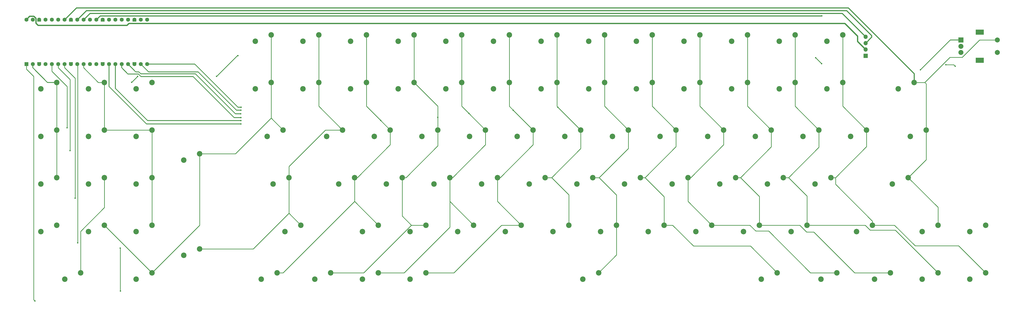
<source format=gbr>
%TF.GenerationSoftware,KiCad,Pcbnew,8.0.8*%
%TF.CreationDate,2025-04-09T15:43:05-07:00*%
%TF.ProjectId,hackboard,6861636b-626f-4617-9264-2e6b69636164,rev?*%
%TF.SameCoordinates,Original*%
%TF.FileFunction,Copper,L1,Top*%
%TF.FilePolarity,Positive*%
%FSLAX46Y46*%
G04 Gerber Fmt 4.6, Leading zero omitted, Abs format (unit mm)*
G04 Created by KiCad (PCBNEW 8.0.8) date 2025-04-09 15:43:05*
%MOMM*%
%LPD*%
G01*
G04 APERTURE LIST*
G04 Aperture macros list*
%AMRoundRect*
0 Rectangle with rounded corners*
0 $1 Rounding radius*
0 $2 $3 $4 $5 $6 $7 $8 $9 X,Y pos of 4 corners*
0 Add a 4 corners polygon primitive as box body*
4,1,4,$2,$3,$4,$5,$6,$7,$8,$9,$2,$3,0*
0 Add four circle primitives for the rounded corners*
1,1,$1+$1,$2,$3*
1,1,$1+$1,$4,$5*
1,1,$1+$1,$6,$7*
1,1,$1+$1,$8,$9*
0 Add four rect primitives between the rounded corners*
20,1,$1+$1,$2,$3,$4,$5,0*
20,1,$1+$1,$4,$5,$6,$7,0*
20,1,$1+$1,$6,$7,$8,$9,0*
20,1,$1+$1,$8,$9,$2,$3,0*%
%AMFreePoly0*
4,1,28,0.605014,0.794986,0.644504,0.794986,0.724698,0.756366,0.780194,0.686777,0.800000,0.600000,0.800000,-0.600000,0.780194,-0.686777,0.724698,-0.756366,0.644504,-0.794986,0.605014,-0.794986,0.600000,-0.800000,0.000000,-0.800000,-0.178017,-0.779942,-0.347107,-0.720775,-0.498792,-0.625465,-0.625465,-0.498792,-0.720775,-0.347107,-0.779942,-0.178017,-0.800000,0.000000,-0.779942,0.178017,
-0.720775,0.347107,-0.625465,0.498792,-0.498792,0.625465,-0.347107,0.720775,-0.178017,0.779942,0.000000,0.800000,0.600000,0.800000,0.605014,0.794986,0.605014,0.794986,$1*%
%AMFreePoly1*
4,1,28,0.178017,0.779942,0.347107,0.720775,0.498792,0.625465,0.625465,0.498792,0.720775,0.347107,0.779942,0.178017,0.800000,0.000000,0.779942,-0.178017,0.720775,-0.347107,0.625465,-0.498792,0.498792,-0.625465,0.347107,-0.720775,0.178017,-0.779942,0.000000,-0.800000,-0.600000,-0.800000,-0.605014,-0.794986,-0.644504,-0.794986,-0.724698,-0.756366,-0.780194,-0.686777,-0.800000,-0.600000,
-0.800000,0.600000,-0.780194,0.686777,-0.724698,0.756366,-0.644504,0.794986,-0.605014,0.794986,-0.600000,0.800000,0.000000,0.800000,0.178017,0.779942,0.178017,0.779942,$1*%
G04 Aperture macros list end*
%TA.AperFunction,ComponentPad*%
%ADD10C,2.200000*%
%TD*%
%TA.AperFunction,ComponentPad*%
%ADD11R,1.700000X1.700000*%
%TD*%
%TA.AperFunction,ComponentPad*%
%ADD12O,1.700000X1.700000*%
%TD*%
%TA.AperFunction,ComponentPad*%
%ADD13RoundRect,0.200000X0.600000X-0.600000X0.600000X0.600000X-0.600000X0.600000X-0.600000X-0.600000X0*%
%TD*%
%TA.AperFunction,ComponentPad*%
%ADD14C,1.600000*%
%TD*%
%TA.AperFunction,ComponentPad*%
%ADD15FreePoly0,90.000000*%
%TD*%
%TA.AperFunction,ComponentPad*%
%ADD16FreePoly1,90.000000*%
%TD*%
%TA.AperFunction,ComponentPad*%
%ADD17R,2.000000X2.000000*%
%TD*%
%TA.AperFunction,ComponentPad*%
%ADD18C,2.000000*%
%TD*%
%TA.AperFunction,ComponentPad*%
%ADD19R,3.200000X2.000000*%
%TD*%
%TA.AperFunction,ViaPad*%
%ADD20C,0.600000*%
%TD*%
%TA.AperFunction,Conductor*%
%ADD21C,0.250000*%
%TD*%
%TA.AperFunction,Conductor*%
%ADD22C,0.400000*%
%TD*%
%TA.AperFunction,Conductor*%
%ADD23C,0.500000*%
%TD*%
%TA.AperFunction,Conductor*%
%ADD24C,0.300000*%
%TD*%
G04 APERTURE END LIST*
D10*
%TO.P,SW74,1,1*%
%TO.N,col 10*%
X312181875Y-160813750D03*
%TO.P,SW74,2,2*%
%TO.N,Net-(D74-A)*%
X305831875Y-163353750D03*
%TD*%
%TO.P,SW13,1,1*%
%TO.N,col 12*%
X345519375Y-84613750D03*
%TO.P,SW13,2,2*%
%TO.N,Net-(D13-A)*%
X339169375Y-87153750D03*
%TD*%
%TO.P,SW53,1,1*%
%TO.N,col 5*%
X207406875Y-141763750D03*
%TO.P,SW53,2,2*%
%TO.N,Net-(D53-A)*%
X201056875Y-144303750D03*
%TD*%
%TO.P,SW72,1,1*%
%TO.N,col 8*%
X274081875Y-160813750D03*
%TO.P,SW72,2,2*%
%TO.N,Net-(D72-A)*%
X267731875Y-163353750D03*
%TD*%
%TO.P,SW3,1,1*%
%TO.N,col 2*%
X107394375Y-103663750D03*
%TO.P,SW3,2,2*%
%TO.N,Net-(D3-A)*%
X101044375Y-106203750D03*
%TD*%
%TO.P,SW50,1,1*%
%TO.N,col 2*%
X126444375Y-141763750D03*
%TO.P,SW50,2,2*%
%TO.N,Net-(D50-A)*%
X120094375Y-144303750D03*
%TD*%
%TO.P,SW75,1,1*%
%TO.N,col 11*%
X331231875Y-160813750D03*
%TO.P,SW75,2,2*%
%TO.N,Net-(D75-A)*%
X324881875Y-163353750D03*
%TD*%
%TO.P,SW61,1,1*%
%TO.N,col 13*%
X359806875Y-141763750D03*
%TO.P,SW61,2,2*%
%TO.N,Net-(D61-A)*%
X353456875Y-144303750D03*
%TD*%
%TO.P,SW14,1,1*%
%TO.N,col 13*%
X364569375Y-84613750D03*
%TO.P,SW14,2,2*%
%TO.N,Net-(D14-A)*%
X358219375Y-87153750D03*
%TD*%
%TO.P,SW47,1,1*%
%TO.N,col 15*%
X412194375Y-122713750D03*
%TO.P,SW47,2,2*%
%TO.N,Net-(D47-A)*%
X405844375Y-125253750D03*
%TD*%
%TO.P,SW25,1,1*%
%TO.N,col 9*%
X288369375Y-103663750D03*
%TO.P,SW25,2,2*%
%TO.N,Net-(D25-A)*%
X282019375Y-106203750D03*
%TD*%
%TO.P,SW79,1,1*%
%TO.N,col 15*%
X414575625Y-160813750D03*
%TO.P,SW79,2,2*%
%TO.N,Net-(D79-A)*%
X408225625Y-163353750D03*
%TD*%
D11*
%TO.P,Brd1,1,GND*%
%TO.N,GND*%
X411803750Y-92991875D03*
D12*
%TO.P,Brd1,2,VCC*%
%TO.N,+5V*%
X411803750Y-90451875D03*
%TO.P,Brd1,3,SCL*%
%TO.N,clock*%
X411803750Y-87911875D03*
%TO.P,Brd1,4,SDA*%
%TO.N,data*%
X411803750Y-85371875D03*
%TD*%
D10*
%TO.P,SW32,1,1*%
%TO.N,col 16*%
X431244375Y-103663750D03*
%TO.P,SW32,2,2*%
%TO.N,Net-(D32-A)*%
X424894375Y-106203750D03*
%TD*%
%TO.P,SW90,1,1*%
%TO.N,col 11*%
X376475625Y-179863750D03*
%TO.P,SW90,2,2*%
%TO.N,Net-(D90-A)*%
X370125625Y-182403750D03*
%TD*%
%TO.P,SW68,1,1*%
%TO.N,col 4*%
X185975625Y-160813750D03*
%TO.P,SW68,2,2*%
%TO.N,Net-(D68-A)*%
X179625625Y-163353750D03*
%TD*%
%TO.P,SW49,1,1*%
%TO.N,col 1*%
X107394375Y-141763750D03*
%TO.P,SW49,2,2*%
%TO.N,Net-(D49-A)*%
X101044375Y-144303750D03*
%TD*%
%TO.P,SW11,1,1*%
%TO.N,col 10*%
X307419375Y-84613750D03*
%TO.P,SW11,2,2*%
%TO.N,Net-(D11-A)*%
X301069375Y-87153750D03*
%TD*%
%TO.P,SW81,1,1*%
%TO.N,col 1*%
X97869375Y-179863750D03*
%TO.P,SW81,2,2*%
%TO.N,Net-(D81-A)*%
X91519375Y-182403750D03*
%TD*%
%TO.P,SW58,1,1*%
%TO.N,col 10*%
X302656875Y-141763750D03*
%TO.P,SW58,2,2*%
%TO.N,Net-(D58-A)*%
X296306875Y-144303750D03*
%TD*%
%TO.P,SW56,1,1*%
%TO.N,col 8*%
X264556875Y-141763750D03*
%TO.P,SW56,2,2*%
%TO.N,Net-(D56-A)*%
X258206875Y-144303750D03*
%TD*%
%TO.P,SW80,1,1*%
%TO.N,col 16*%
X440769375Y-160813750D03*
%TO.P,SW80,2,2*%
%TO.N,Net-(D80-A)*%
X434419375Y-163353750D03*
%TD*%
%TO.P,SW7,1,1*%
%TO.N,col 6*%
X231219375Y-84613750D03*
%TO.P,SW7,2,2*%
%TO.N,Net-(D7-A)*%
X224869375Y-87153750D03*
%TD*%
%TO.P,SW51,1,1*%
%TO.N,col 3*%
X145494375Y-132238750D03*
%TO.P,SW51,2,2*%
%TO.N,Net-(D51-A)*%
X139144375Y-134778750D03*
%TD*%
%TO.P,SW54,1,1*%
%TO.N,col 6*%
X226456875Y-141763750D03*
%TO.P,SW54,2,2*%
%TO.N,Net-(D54-A)*%
X220106875Y-144303750D03*
%TD*%
%TO.P,SW30,1,1*%
%TO.N,col 14*%
X383619375Y-103663750D03*
%TO.P,SW30,2,2*%
%TO.N,Net-(D30-A)*%
X377269375Y-106203750D03*
%TD*%
%TO.P,SW40,1,1*%
%TO.N,col 8*%
X278844375Y-122713750D03*
%TO.P,SW40,2,2*%
%TO.N,Net-(D40-A)*%
X272494375Y-125253750D03*
%TD*%
%TO.P,SW27,1,1*%
%TO.N,col 11*%
X326469375Y-103663750D03*
%TO.P,SW27,2,2*%
%TO.N,Net-(D27-A)*%
X320119375Y-106203750D03*
%TD*%
%TO.P,SW83,1,1*%
%TO.N,col 3*%
X126444375Y-179863750D03*
%TO.P,SW83,2,2*%
%TO.N,Net-(D83-A)*%
X120094375Y-182403750D03*
%TD*%
%TO.P,SW38,1,1*%
%TO.N,col 6*%
X240744375Y-122713750D03*
%TO.P,SW38,2,2*%
%TO.N,Net-(D38-A)*%
X234394375Y-125253750D03*
%TD*%
%TO.P,SW85,1,1*%
%TO.N,col 5*%
X176450625Y-179863750D03*
%TO.P,SW85,2,2*%
%TO.N,Net-(D85-A)*%
X170100625Y-182403750D03*
%TD*%
%TO.P,SW8,1,1*%
%TO.N,col 7*%
X250269375Y-84613750D03*
%TO.P,SW8,2,2*%
%TO.N,Net-(D8-A)*%
X243919375Y-87153750D03*
%TD*%
%TO.P,SW93,1,1*%
%TO.N,col 14*%
X440769375Y-179863750D03*
%TO.P,SW93,2,2*%
%TO.N,Net-(D93-A)*%
X434419375Y-182403750D03*
%TD*%
%TO.P,SW22,1,1*%
%TO.N,col 6*%
X231219375Y-103663750D03*
%TO.P,SW22,2,2*%
%TO.N,Net-(D22-A)*%
X224869375Y-106203750D03*
%TD*%
%TO.P,SW62,1,1*%
%TO.N,col 14*%
X378856875Y-141763750D03*
%TO.P,SW62,2,2*%
%TO.N,Net-(D62-A)*%
X372506875Y-144303750D03*
%TD*%
%TO.P,SW67,1,1*%
%TO.N,col 3*%
X107394375Y-160813750D03*
%TO.P,SW67,2,2*%
%TO.N,Net-(D67-A)*%
X101044375Y-163353750D03*
%TD*%
%TO.P,SW59,1,1*%
%TO.N,col 11*%
X321706875Y-141763750D03*
%TO.P,SW59,2,2*%
%TO.N,Net-(D59-A)*%
X315356875Y-144303750D03*
%TD*%
%TO.P,SW44,1,1*%
%TO.N,col 12*%
X355044375Y-122713750D03*
%TO.P,SW44,2,2*%
%TO.N,Net-(D44-A)*%
X348694375Y-125253750D03*
%TD*%
%TO.P,SW37,1,1*%
%TO.N,col 5*%
X221694375Y-122713750D03*
%TO.P,SW37,2,2*%
%TO.N,Net-(D37-A)*%
X215344375Y-125253750D03*
%TD*%
%TO.P,SW26,1,1*%
%TO.N,col 10*%
X307419375Y-103663750D03*
%TO.P,SW26,2,2*%
%TO.N,Net-(D26-A)*%
X301069375Y-106203750D03*
%TD*%
%TO.P,SW94,1,1*%
%TO.N,col 15*%
X459819375Y-179863750D03*
%TO.P,SW94,2,2*%
%TO.N,Net-(D94-A)*%
X453469375Y-182403750D03*
%TD*%
%TO.P,SW55,1,1*%
%TO.N,col 7*%
X245506875Y-141763750D03*
%TO.P,SW55,2,2*%
%TO.N,Net-(D55-A)*%
X239156875Y-144303750D03*
%TD*%
D13*
%TO.P,U1,1,GPIO0*%
%TO.N,row 6*%
X76180000Y-96330000D03*
D14*
%TO.P,U1,2,GPIO1*%
%TO.N,col 1*%
X78720000Y-96330000D03*
D15*
%TO.P,U1,3,GND*%
%TO.N,unconnected-(U1-GND-Pad3)*%
X81260000Y-96330000D03*
D14*
%TO.P,U1,4,GPIO2*%
%TO.N,row 1*%
X83800000Y-96330000D03*
%TO.P,U1,5,GPIO3*%
%TO.N,row 2*%
X86340000Y-96330000D03*
%TO.P,U1,6,GPIO4*%
%TO.N,row 3*%
X88880000Y-96330000D03*
%TO.P,U1,7,GPIO5*%
%TO.N,row 4*%
X91420000Y-96330000D03*
D15*
%TO.P,U1,8,GND*%
%TO.N,unconnected-(U1-GND-Pad8)*%
X93960000Y-96330000D03*
D14*
%TO.P,U1,9,GPIO6*%
%TO.N,row 5*%
X96500000Y-96330000D03*
%TO.P,U1,10,GPIO7*%
%TO.N,col 2*%
X99040000Y-96330000D03*
%TO.P,U1,11,GPIO8*%
%TO.N,col 10*%
X101580000Y-96330000D03*
%TO.P,U1,12,GPIO9*%
%TO.N,col 11*%
X104120000Y-96330000D03*
D15*
%TO.P,U1,13,GND*%
%TO.N,unconnected-(U1-GND-Pad13)*%
X106660000Y-96330000D03*
D14*
%TO.P,U1,14,GPIO10*%
%TO.N,col 4*%
X109200000Y-96330000D03*
%TO.P,U1,15,GPIO11*%
%TO.N,col 5*%
X111740000Y-96330000D03*
%TO.P,U1,16,GPIO12*%
%TO.N,col 6*%
X114280000Y-96330000D03*
%TO.P,U1,17,GPIO13*%
%TO.N,col 7*%
X116820000Y-96330000D03*
D15*
%TO.P,U1,18,GND*%
%TO.N,unconnected-(U1-GND-Pad18)*%
X119360000Y-96330000D03*
D14*
%TO.P,U1,19,GPIO14*%
%TO.N,col 8*%
X121900000Y-96330000D03*
%TO.P,U1,20,GPIO15*%
%TO.N,col 9*%
X124440000Y-96330000D03*
%TO.P,U1,21,GPIO16*%
%TO.N,encA*%
X124440000Y-78550000D03*
%TO.P,U1,22,GPIO17*%
%TO.N,encB*%
X121900000Y-78550000D03*
D16*
%TO.P,U1,23,GND*%
%TO.N,GND*%
X119360000Y-78550000D03*
D14*
%TO.P,U1,24,GPIO18*%
%TO.N,col 3*%
X116820000Y-78550000D03*
%TO.P,U1,25,GPIO19*%
%TO.N,col 12*%
X114280000Y-78550000D03*
%TO.P,U1,26,GPIO20*%
%TO.N,col 13*%
X111740000Y-78550000D03*
%TO.P,U1,27,GPIO21*%
%TO.N,col 14*%
X109200000Y-78550000D03*
D16*
%TO.P,U1,28,GND*%
%TO.N,unconnected-(U1-GND-Pad28)*%
X106660000Y-78550000D03*
D14*
%TO.P,U1,29,GPIO22*%
%TO.N,col 15*%
X104120000Y-78550000D03*
%TO.P,U1,30,RUN*%
%TO.N,unconnected-(U1-RUN-Pad30)*%
X101580000Y-78550000D03*
%TO.P,U1,31,GPIO26_ADC0*%
%TO.N,data*%
X99040000Y-78550000D03*
%TO.P,U1,32,GPIO27_ADC1*%
%TO.N,clock*%
X96500000Y-78550000D03*
D16*
%TO.P,U1,33,AGND*%
%TO.N,unconnected-(U1-AGND-Pad33)*%
X93960000Y-78550000D03*
D14*
%TO.P,U1,34,GPIO28_ADC2*%
%TO.N,col 16*%
X91420000Y-78550000D03*
%TO.P,U1,35,ADC_VREF*%
%TO.N,unconnected-(U1-ADC_VREF-Pad35)*%
X88880000Y-78550000D03*
%TO.P,U1,36,3V3*%
%TO.N,unconnected-(U1-3V3-Pad36)*%
X86340000Y-78550000D03*
%TO.P,U1,37,3V3_EN*%
%TO.N,unconnected-(U1-3V3_EN-Pad37)*%
X83800000Y-78550000D03*
D16*
%TO.P,U1,38,GND*%
%TO.N,unconnected-(U1-GND-Pad38)*%
X81260000Y-78550000D03*
D14*
%TO.P,U1,39,VSYS*%
%TO.N,unconnected-(U1-VSYS-Pad39)*%
X78720000Y-78550000D03*
%TO.P,U1,40,VBUS*%
%TO.N,+5V*%
X76180000Y-78550000D03*
%TD*%
D10*
%TO.P,SW63,1,1*%
%TO.N,col 15*%
X397906875Y-141763750D03*
%TO.P,SW63,2,2*%
%TO.N,Net-(D63-A)*%
X391556875Y-144303750D03*
%TD*%
%TO.P,SW9,1,1*%
%TO.N,col 8*%
X269319375Y-84613750D03*
%TO.P,SW9,2,2*%
%TO.N,Net-(D9-A)*%
X262969375Y-87153750D03*
%TD*%
%TO.P,SW5,1,1*%
%TO.N,col 4*%
X193119375Y-84613750D03*
%TO.P,SW5,2,2*%
%TO.N,Net-(D5-A)*%
X186769375Y-87153750D03*
%TD*%
%TO.P,SW2,1,1*%
%TO.N,col 1*%
X88344375Y-103663750D03*
%TO.P,SW2,2,2*%
%TO.N,Net-(D2-A)*%
X81994375Y-106203750D03*
%TD*%
%TO.P,SW84,1,1*%
%TO.N,col 4*%
X145494375Y-170338750D03*
%TO.P,SW84,2,2*%
%TO.N,Net-(D84-A)*%
X139144375Y-172878750D03*
%TD*%
%TO.P,SW18,1,1*%
%TO.N,col 2*%
X126444375Y-122713750D03*
%TO.P,SW18,2,2*%
%TO.N,Net-(D18-A)*%
X120094375Y-125253750D03*
%TD*%
%TO.P,SW41,1,1*%
%TO.N,col 9*%
X297894375Y-122713750D03*
%TO.P,SW41,2,2*%
%TO.N,Net-(D41-A)*%
X291544375Y-125253750D03*
%TD*%
%TO.P,SW21,1,1*%
%TO.N,col 5*%
X212169375Y-103663750D03*
%TO.P,SW21,2,2*%
%TO.N,Net-(D21-A)*%
X205819375Y-106203750D03*
%TD*%
%TO.P,SW28,1,1*%
%TO.N,col 12*%
X345519375Y-103663750D03*
%TO.P,SW28,2,2*%
%TO.N,Net-(D28-A)*%
X339169375Y-106203750D03*
%TD*%
%TO.P,SW45,1,1*%
%TO.N,col 13*%
X374094375Y-122713750D03*
%TO.P,SW45,2,2*%
%TO.N,Net-(D45-A)*%
X367744375Y-125253750D03*
%TD*%
%TO.P,SW6,1,1*%
%TO.N,col 5*%
X212169375Y-84613750D03*
%TO.P,SW6,2,2*%
%TO.N,Net-(D6-A)*%
X205819375Y-87153750D03*
%TD*%
%TO.P,SW91,1,1*%
%TO.N,col 12*%
X400288125Y-179863750D03*
%TO.P,SW91,2,2*%
%TO.N,Net-(D91-A)*%
X393938125Y-182403750D03*
%TD*%
%TO.P,SW92,1,1*%
%TO.N,col 13*%
X421719375Y-179863750D03*
%TO.P,SW92,2,2*%
%TO.N,Net-(D92-A)*%
X415369375Y-182403750D03*
%TD*%
%TO.P,SW73,1,1*%
%TO.N,col 9*%
X293131875Y-160813750D03*
%TO.P,SW73,2,2*%
%TO.N,Net-(D73-A)*%
X286781875Y-163353750D03*
%TD*%
%TO.P,SW29,1,1*%
%TO.N,col 13*%
X364569375Y-103663750D03*
%TO.P,SW29,2,2*%
%TO.N,Net-(D29-A)*%
X358219375Y-106203750D03*
%TD*%
D17*
%TO.P,SW1,A,A*%
%TO.N,encB*%
X449950000Y-86678125D03*
D18*
%TO.P,SW1,B,B*%
%TO.N,encA*%
X449950000Y-91678125D03*
%TO.P,SW1,C,C*%
%TO.N,GND*%
X449950000Y-89178125D03*
D19*
%TO.P,SW1,MP*%
%TO.N,N/C*%
X457450000Y-83578125D03*
X457450000Y-94778125D03*
D18*
%TO.P,SW1,S1,S1*%
%TO.N,Net-(D1-A)*%
X464450000Y-91678125D03*
%TO.P,SW1,S2,S2*%
%TO.N,col 16*%
X464450000Y-86678125D03*
%TD*%
D10*
%TO.P,SW88,1,1*%
%TO.N,col 8*%
X235981875Y-179863750D03*
%TO.P,SW88,2,2*%
%TO.N,Net-(D88-A)*%
X229631875Y-182403750D03*
%TD*%
%TO.P,SW89,1,1*%
%TO.N,col 10*%
X305038125Y-179863750D03*
%TO.P,SW89,2,2*%
%TO.N,Net-(D89-A)*%
X298688125Y-182403750D03*
%TD*%
%TO.P,SW82,1,1*%
%TO.N,col 2*%
X126444375Y-160813750D03*
%TO.P,SW82,2,2*%
%TO.N,Net-(D82-A)*%
X120094375Y-163353750D03*
%TD*%
%TO.P,SW12,1,1*%
%TO.N,col 11*%
X326469375Y-84613750D03*
%TO.P,SW12,2,2*%
%TO.N,Net-(D12-A)*%
X320119375Y-87153750D03*
%TD*%
%TO.P,SW24,1,1*%
%TO.N,col 8*%
X269319375Y-103663750D03*
%TO.P,SW24,2,2*%
%TO.N,Net-(D24-A)*%
X262969375Y-106203750D03*
%TD*%
%TO.P,SW52,1,1*%
%TO.N,col 4*%
X181213125Y-141763750D03*
%TO.P,SW52,2,2*%
%TO.N,Net-(D52-A)*%
X174863125Y-144303750D03*
%TD*%
%TO.P,SW15,1,1*%
%TO.N,col 14*%
X383619375Y-84613750D03*
%TO.P,SW15,2,2*%
%TO.N,Net-(D15-A)*%
X377269375Y-87153750D03*
%TD*%
%TO.P,SW23,1,1*%
%TO.N,col 7*%
X250269375Y-103663750D03*
%TO.P,SW23,2,2*%
%TO.N,Net-(D23-A)*%
X243919375Y-106203750D03*
%TD*%
%TO.P,SW4,1,1*%
%TO.N,col 3*%
X174069375Y-84613750D03*
%TO.P,SW4,2,2*%
%TO.N,Net-(D4-A)*%
X167719375Y-87153750D03*
%TD*%
%TO.P,SW19,1,1*%
%TO.N,col 3*%
X174069375Y-103663750D03*
%TO.P,SW19,2,2*%
%TO.N,Net-(D19-A)*%
X167719375Y-106203750D03*
%TD*%
%TO.P,SW46,1,1*%
%TO.N,col 14*%
X393144375Y-122713750D03*
%TO.P,SW46,2,2*%
%TO.N,Net-(D46-A)*%
X386794375Y-125253750D03*
%TD*%
%TO.P,SW16,1,1*%
%TO.N,col 15*%
X402669370Y-84613750D03*
%TO.P,SW16,2,2*%
%TO.N,Net-(D16-A)*%
X396319370Y-87153750D03*
%TD*%
%TO.P,SW65,1,1*%
%TO.N,col 1*%
X88344375Y-141763750D03*
%TO.P,SW65,2,2*%
%TO.N,Net-(D65-A)*%
X81994375Y-144303750D03*
%TD*%
%TO.P,SW48,1,1*%
%TO.N,col 16*%
X436006875Y-122713750D03*
%TO.P,SW48,2,2*%
%TO.N,Net-(D48-A)*%
X429656875Y-125253750D03*
%TD*%
%TO.P,SW43,1,1*%
%TO.N,col 11*%
X335994375Y-122713750D03*
%TO.P,SW43,2,2*%
%TO.N,Net-(D43-A)*%
X329644375Y-125253750D03*
%TD*%
%TO.P,SW70,1,1*%
%TO.N,col 6*%
X235981875Y-160813750D03*
%TO.P,SW70,2,2*%
%TO.N,Net-(D70-A)*%
X229631875Y-163353750D03*
%TD*%
%TO.P,SW57,1,1*%
%TO.N,col 9*%
X283606875Y-141763750D03*
%TO.P,SW57,2,2*%
%TO.N,Net-(D57-A)*%
X277256875Y-144303750D03*
%TD*%
%TO.P,SW35,1,1*%
%TO.N,col 3*%
X178831875Y-122713750D03*
%TO.P,SW35,2,2*%
%TO.N,Net-(D35-A)*%
X172481875Y-125253750D03*
%TD*%
%TO.P,SW34,1,1*%
%TO.N,col 2*%
X107394375Y-122713750D03*
%TO.P,SW34,2,2*%
%TO.N,Net-(D34-A)*%
X101044375Y-125253750D03*
%TD*%
%TO.P,SW77,1,1*%
%TO.N,col 13*%
X369331875Y-160813750D03*
%TO.P,SW77,2,2*%
%TO.N,Net-(D77-A)*%
X362981875Y-163353750D03*
%TD*%
%TO.P,SW10,1,1*%
%TO.N,col 9*%
X288369375Y-84613750D03*
%TO.P,SW10,2,2*%
%TO.N,Net-(D10-A)*%
X282019375Y-87153750D03*
%TD*%
%TO.P,SW71,1,1*%
%TO.N,col 7*%
X255031875Y-160813750D03*
%TO.P,SW71,2,2*%
%TO.N,Net-(D71-A)*%
X248681875Y-163353750D03*
%TD*%
%TO.P,SW64,1,1*%
%TO.N,col 16*%
X428863125Y-141763750D03*
%TO.P,SW64,2,2*%
%TO.N,Net-(D64-A)*%
X422513125Y-144303750D03*
%TD*%
%TO.P,SW66,1,1*%
%TO.N,col 2*%
X88344375Y-160813750D03*
%TO.P,SW66,2,2*%
%TO.N,Net-(D66-A)*%
X81994375Y-163353750D03*
%TD*%
%TO.P,SW33,1,1*%
%TO.N,col 1*%
X88344375Y-122713750D03*
%TO.P,SW33,2,2*%
%TO.N,Net-(D33-A)*%
X81994375Y-125253750D03*
%TD*%
%TO.P,SW39,1,1*%
%TO.N,col 7*%
X259794375Y-122713750D03*
%TO.P,SW39,2,2*%
%TO.N,Net-(D39-A)*%
X253444375Y-125253750D03*
%TD*%
%TO.P,SW36,1,1*%
%TO.N,col 4*%
X202644375Y-122713750D03*
%TO.P,SW36,2,2*%
%TO.N,Net-(D36-A)*%
X196294375Y-125253750D03*
%TD*%
%TO.P,SW42,1,1*%
%TO.N,col 10*%
X316944375Y-122713750D03*
%TO.P,SW42,2,2*%
%TO.N,Net-(D42-A)*%
X310594375Y-125253750D03*
%TD*%
%TO.P,SW20,1,1*%
%TO.N,col 4*%
X193119375Y-103663750D03*
%TO.P,SW20,2,2*%
%TO.N,Net-(D20-A)*%
X186769375Y-106203750D03*
%TD*%
%TO.P,SW76,1,1*%
%TO.N,col 12*%
X350281875Y-160813750D03*
%TO.P,SW76,2,2*%
%TO.N,Net-(D76-A)*%
X343931875Y-163353750D03*
%TD*%
%TO.P,SW86,1,1*%
%TO.N,col 6*%
X197881875Y-179863750D03*
%TO.P,SW86,2,2*%
%TO.N,Net-(D86-A)*%
X191531875Y-182403750D03*
%TD*%
%TO.P,SW69,1,1*%
%TO.N,col 5*%
X216931875Y-160813750D03*
%TO.P,SW69,2,2*%
%TO.N,Net-(D69-A)*%
X210581875Y-163353750D03*
%TD*%
%TO.P,SW87,1,1*%
%TO.N,col 7*%
X216931875Y-179863750D03*
%TO.P,SW87,2,2*%
%TO.N,Net-(D87-A)*%
X210581875Y-182403750D03*
%TD*%
%TO.P,SW17,1,1*%
%TO.N,col 1*%
X126444375Y-103663750D03*
%TO.P,SW17,2,2*%
%TO.N,Net-(D17-A)*%
X120094375Y-106203750D03*
%TD*%
%TO.P,SW95,1,1*%
%TO.N,col 16*%
X459819375Y-160813750D03*
%TO.P,SW95,2,2*%
%TO.N,Net-(D95-A)*%
X453469375Y-163353750D03*
%TD*%
%TO.P,SW60,1,1*%
%TO.N,col 12*%
X340756875Y-141763750D03*
%TO.P,SW60,2,2*%
%TO.N,Net-(D60-A)*%
X334406875Y-144303750D03*
%TD*%
%TO.P,SW78,1,1*%
%TO.N,col 14*%
X388381875Y-160813750D03*
%TO.P,SW78,2,2*%
%TO.N,Net-(D78-A)*%
X382031875Y-163353750D03*
%TD*%
%TO.P,SW31,1,1*%
%TO.N,col 15*%
X402669375Y-103663750D03*
%TO.P,SW31,2,2*%
%TO.N,Net-(D31-A)*%
X396319375Y-106203750D03*
%TD*%
D20*
%TO.N,row 6*%
X113771875Y-187193750D03*
X113750000Y-170020000D03*
X79596875Y-191118750D03*
%TO.N,col 4*%
X162010000Y-120300000D03*
%TO.N,col 5*%
X217830313Y-118849687D03*
X161960000Y-118910000D03*
%TO.N,col 6*%
X161990000Y-117760000D03*
X240744375Y-117660000D03*
%TO.N,col 7*%
X161920000Y-116240000D03*
X253160313Y-116079687D03*
%TO.N,col 8*%
X270870312Y-114739688D03*
X162000000Y-114770000D03*
%TO.N,col 9*%
X162070000Y-113600000D03*
X288735312Y-113554688D03*
%TO.N,col 15*%
X394320000Y-76990000D03*
%TO.N,row 1*%
X394200000Y-96170000D03*
X118291562Y-103561562D03*
X443880000Y-96560000D03*
X160780000Y-92920000D03*
X391840000Y-93790000D03*
X447680000Y-97180000D03*
X152230000Y-101200000D03*
X120650000Y-101203125D03*
%TO.N,row 2*%
X92450000Y-121820000D03*
%TO.N,row 3*%
X93670000Y-130968750D03*
%TO.N,row 4*%
X95646875Y-150018750D03*
%TO.N,row 5*%
X96670000Y-167880000D03*
%TO.N,encB*%
X433770000Y-98590000D03*
%TD*%
D21*
%TO.N,col 16*%
X435476250Y-103663750D02*
X445500000Y-93640000D01*
X445500000Y-93640000D02*
X450400000Y-93640000D01*
X436006875Y-134620000D02*
X428863125Y-141763750D01*
D22*
X404890000Y-73790000D02*
X96180000Y-73790000D01*
D21*
X428863125Y-141763750D02*
X440769375Y-153670000D01*
X450400000Y-93640000D02*
X457361875Y-86678125D01*
X436006875Y-122713750D02*
X436006875Y-104194375D01*
X436006875Y-104194375D02*
X435476250Y-103663750D01*
X431244375Y-103663750D02*
X435476250Y-103663750D01*
D22*
X96180000Y-73790000D02*
X91420000Y-78550000D01*
D21*
X436006875Y-122713750D02*
X436006875Y-134620000D01*
X457361875Y-86678125D02*
X464450000Y-86678125D01*
X440769375Y-153670000D02*
X440769375Y-160813750D01*
D22*
X431244375Y-103663750D02*
X431244375Y-100144375D01*
X431244375Y-100144375D02*
X404890000Y-73790000D01*
%TO.N,clock*%
X414190000Y-85525625D02*
X411803750Y-87911875D01*
X100180000Y-74870000D02*
X404210000Y-74870000D01*
X404210000Y-74870000D02*
X414190000Y-84850000D01*
X96500000Y-78550000D02*
X100180000Y-74870000D01*
X414190000Y-84850000D02*
X414190000Y-85525625D01*
D23*
%TO.N,+5V*%
X408630000Y-87278125D02*
X411803750Y-90451875D01*
X117206446Y-80090000D02*
X403560000Y-80090000D01*
X408630000Y-85160000D02*
X408630000Y-87278125D01*
X403560000Y-80090000D02*
X408630000Y-85160000D01*
X77520000Y-77210000D02*
X79210000Y-77210000D01*
X79999969Y-79939969D02*
X80900000Y-80840000D01*
X116456446Y-80840000D02*
X117206446Y-80090000D01*
X76180000Y-78550000D02*
X77520000Y-77210000D01*
X79210000Y-77210000D02*
X79999969Y-77999969D01*
X79999969Y-77999969D02*
X79999969Y-79939969D01*
X80900000Y-80840000D02*
X116456446Y-80840000D01*
D21*
%TO.N,row 6*%
X113750000Y-187171875D02*
X113771875Y-187193750D01*
X113750000Y-170020000D02*
X113750000Y-187171875D01*
X76180000Y-98340000D02*
X76180000Y-96330000D01*
X79090000Y-190611875D02*
X79090000Y-101250000D01*
X79596875Y-191118750D02*
X79090000Y-190611875D01*
X79090000Y-101250000D02*
X76180000Y-98340000D01*
%TO.N,col 1*%
X107394375Y-153749375D02*
X97869375Y-163274375D01*
X88344375Y-103663750D02*
X88344375Y-141763750D01*
X107394375Y-141763750D02*
X107394375Y-153749375D01*
D24*
X78720000Y-97800000D02*
X78720000Y-96330000D01*
X88344375Y-103663750D02*
X84583750Y-103663750D01*
D21*
X97869375Y-163274375D02*
X97869375Y-179863750D01*
D24*
X84583750Y-103663750D02*
X78720000Y-97800000D01*
D21*
%TO.N,col 3*%
X174069375Y-84613750D02*
X174069375Y-103663750D01*
X145494375Y-132238750D02*
X159781875Y-132238750D01*
X107394375Y-160813750D02*
X126444375Y-179863750D01*
X174069375Y-117951250D02*
X178831875Y-122713750D01*
X145494375Y-132238750D02*
X145494375Y-160813750D01*
X145494375Y-160813750D02*
X126444375Y-179863750D01*
X174069375Y-103663750D02*
X174069375Y-117951250D01*
X159781875Y-132238750D02*
X174069375Y-117951250D01*
%TO.N,col 4*%
X193119375Y-103663750D02*
X193119375Y-113188750D01*
D24*
X109200000Y-105300000D02*
X124210000Y-120310000D01*
D21*
X193119375Y-84613750D02*
X193119375Y-103663750D01*
X145494375Y-170338750D02*
X166925625Y-170338750D01*
X181213125Y-141763750D02*
X181213125Y-156051250D01*
X181213125Y-156051250D02*
X185975625Y-160813750D01*
D24*
X124210000Y-120310000D02*
X162000000Y-120310000D01*
X109200000Y-96330000D02*
X109200000Y-105300000D01*
D21*
X202644375Y-122713750D02*
X195766250Y-122713750D01*
X195766250Y-122713750D02*
X181213125Y-137266875D01*
D24*
X162000000Y-120310000D02*
X162010000Y-120300000D01*
D21*
X181213125Y-137266875D02*
X181213125Y-141763750D01*
X193119375Y-113188750D02*
X202644375Y-122713750D01*
X166925625Y-170338750D02*
X181213125Y-156051250D01*
%TO.N,col 5*%
X221694375Y-128612507D02*
X208543132Y-141763750D01*
X212169375Y-113188750D02*
X217830313Y-118849687D01*
X178831875Y-179863750D02*
X207406875Y-151288750D01*
X207406875Y-141763750D02*
X207406875Y-151288750D01*
D24*
X124610000Y-118910000D02*
X111740000Y-106040000D01*
D21*
X212169375Y-103663750D02*
X212169375Y-113188750D01*
X208543132Y-141763750D02*
X207406875Y-141763750D01*
X221694375Y-122713750D02*
X221694375Y-128612507D01*
X217830313Y-118849687D02*
X221694375Y-122713750D01*
X212169375Y-84613750D02*
X212169375Y-103663750D01*
D24*
X111740000Y-106040000D02*
X111740000Y-96330000D01*
X161960000Y-118910000D02*
X124610000Y-118910000D01*
D21*
X176450625Y-179863750D02*
X178831875Y-179863750D01*
X207406875Y-151288750D02*
X216931875Y-160813750D01*
%TO.N,col 6*%
X230156620Y-160813750D02*
X235981875Y-160813750D01*
X240744375Y-117660000D02*
X240744375Y-113188750D01*
X240744375Y-129031884D02*
X240744375Y-122713750D01*
X226456875Y-157114005D02*
X230156620Y-160813750D01*
D24*
X114280000Y-97800000D02*
X116790000Y-100310000D01*
D21*
X228012509Y-141763750D02*
X240744375Y-129031884D01*
D24*
X116790000Y-100310000D02*
X120970000Y-100310000D01*
D21*
X240744375Y-113188750D02*
X231219375Y-103663750D01*
X240744375Y-122713750D02*
X240744375Y-117660000D01*
D24*
X122010000Y-101350000D02*
X142820000Y-101350000D01*
D21*
X226456875Y-141763750D02*
X228012509Y-141763750D01*
D24*
X159230000Y-117760000D02*
X161990000Y-117760000D01*
D21*
X231219375Y-103663750D02*
X231219375Y-84613750D01*
X211106620Y-179863750D02*
X230156620Y-160813750D01*
D24*
X114280000Y-96330000D02*
X114280000Y-97800000D01*
D21*
X226456875Y-141763750D02*
X226456875Y-157114005D01*
D24*
X142820000Y-101350000D02*
X159230000Y-117760000D01*
X120970000Y-100310000D02*
X122010000Y-101350000D01*
D21*
X197881875Y-179863750D02*
X211106620Y-179863750D01*
%TO.N,col 7*%
X227226250Y-179863750D02*
X245506875Y-161583125D01*
D24*
X159790000Y-116230000D02*
X143760000Y-100200000D01*
X143760000Y-100200000D02*
X121940000Y-100200000D01*
D21*
X259794375Y-122713750D02*
X259794375Y-128612507D01*
X245506875Y-151288750D02*
X255031875Y-160813750D01*
X245506875Y-141763750D02*
X245506875Y-151288750D01*
X246643132Y-141763750D02*
X245506875Y-141763750D01*
D24*
X161910000Y-116230000D02*
X159790000Y-116230000D01*
D21*
X259794375Y-128612507D02*
X246643132Y-141763750D01*
X250269375Y-84613750D02*
X250269375Y-103663750D01*
X245506875Y-161583125D02*
X245506875Y-151288750D01*
X250269375Y-113188750D02*
X253160313Y-116079687D01*
X216931875Y-179863750D02*
X227226250Y-179863750D01*
D24*
X119930000Y-99440000D02*
X116820000Y-96330000D01*
X121180000Y-99440000D02*
X119930000Y-99440000D01*
X121940000Y-100200000D02*
X121180000Y-99440000D01*
X161920000Y-116240000D02*
X161910000Y-116230000D01*
D21*
X253160313Y-116079687D02*
X259794375Y-122713750D01*
X250269375Y-103663750D02*
X250269375Y-113188750D01*
%TO.N,col 8*%
X266196250Y-160813750D02*
X247146250Y-179863750D01*
X269319375Y-84613750D02*
X269319375Y-103663750D01*
X269319375Y-113188750D02*
X270870312Y-114739688D01*
D24*
X125040000Y-99470000D02*
X121900000Y-96330000D01*
D21*
X247146250Y-179863750D02*
X235981875Y-179863750D01*
D24*
X144880000Y-99470000D02*
X125040000Y-99470000D01*
D21*
X274081875Y-160813750D02*
X266196250Y-160813750D01*
X278844375Y-128612507D02*
X265693132Y-141763750D01*
D24*
X160180000Y-114770000D02*
X144880000Y-99470000D01*
D21*
X270870312Y-114739688D02*
X278844375Y-122713750D01*
X278844375Y-122713750D02*
X278844375Y-128612507D01*
X264556875Y-151288750D02*
X274081875Y-160813750D01*
D24*
X162000000Y-114770000D02*
X160180000Y-114770000D01*
D21*
X265693132Y-141763750D02*
X264556875Y-141763750D01*
X264556875Y-141763750D02*
X264556875Y-151288750D01*
X269319375Y-103663750D02*
X269319375Y-113188750D01*
%TO.N,col 9*%
X288369375Y-84613750D02*
X288369375Y-103663750D01*
D24*
X162070000Y-113600000D02*
X160780000Y-113600000D01*
D21*
X297894375Y-122713750D02*
X297894375Y-130115625D01*
D24*
X143541250Y-96361250D02*
X124471250Y-96361250D01*
D21*
X288369375Y-103663750D02*
X288369375Y-113188750D01*
X293131875Y-148649375D02*
X286246250Y-141763750D01*
D24*
X160780000Y-113600000D02*
X143541250Y-96361250D01*
X124471250Y-96361250D02*
X124440000Y-96330000D01*
D21*
X288735312Y-113554688D02*
X297894375Y-122713750D01*
X297894375Y-130115625D02*
X286246250Y-141763750D01*
X293131875Y-160813750D02*
X293131875Y-148649375D01*
X288369375Y-113188750D02*
X288735312Y-113554688D01*
X286246250Y-141763750D02*
X283606875Y-141763750D01*
%TO.N,col 10*%
X307419375Y-103663750D02*
X307419375Y-113188750D01*
X312181875Y-160813750D02*
X312181875Y-172720000D01*
X307419375Y-113188750D02*
X316944375Y-122713750D01*
X305256250Y-141763750D02*
X302656875Y-141763750D01*
X316944375Y-122713750D02*
X316944375Y-130075625D01*
X316944375Y-130075625D02*
X305256250Y-141763750D01*
X307419375Y-84613750D02*
X307419375Y-103663750D01*
X312181875Y-148689375D02*
X305256250Y-141763750D01*
X312181875Y-160813750D02*
X312181875Y-148689375D01*
X312181875Y-172720000D02*
X305038125Y-179863750D01*
%TO.N,col 11*%
X323596250Y-141763750D02*
X321706875Y-141763750D01*
X335994375Y-129365625D02*
X323596250Y-141763750D01*
X331231875Y-160813750D02*
X334623750Y-160813750D01*
X326469375Y-84613750D02*
X326469375Y-103663750D01*
X342980000Y-169170000D02*
X365781875Y-169170000D01*
X365781875Y-169170000D02*
X376475625Y-179863750D01*
X326469375Y-113188750D02*
X335994375Y-122713750D01*
X335994375Y-122713750D02*
X335994375Y-129365625D01*
X326469375Y-103663750D02*
X326469375Y-113188750D01*
X331231875Y-149399375D02*
X323596250Y-141763750D01*
X334623750Y-160813750D02*
X342980000Y-169170000D01*
X331231875Y-160813750D02*
X331231875Y-149399375D01*
%TO.N,col 12*%
X340756875Y-141763750D02*
X340756875Y-151288750D01*
X355044375Y-122713750D02*
X355044375Y-128612507D01*
X355044375Y-128612507D02*
X341893132Y-141763750D01*
X367880000Y-163140000D02*
X373010000Y-163140000D01*
X340756875Y-151288750D02*
X350281875Y-160813750D01*
X345519375Y-84613750D02*
X345519375Y-103663750D01*
X373010000Y-163140000D02*
X389733750Y-179863750D01*
X345519375Y-113188750D02*
X355044375Y-122713750D01*
X345519375Y-103663750D02*
X345519375Y-113188750D01*
X341893132Y-141763750D02*
X340756875Y-141763750D01*
X350281875Y-160813750D02*
X365553750Y-160813750D01*
X365553750Y-160813750D02*
X367880000Y-163140000D01*
X389733750Y-179863750D02*
X400288125Y-179863750D01*
%TO.N,col 13*%
X361786250Y-141763750D02*
X359806875Y-141763750D01*
X364569375Y-103663750D02*
X364569375Y-113188750D01*
X407413750Y-179863750D02*
X421719375Y-179863750D01*
X388230000Y-163550000D02*
X391100000Y-163550000D01*
X364569375Y-84613750D02*
X364569375Y-103663750D01*
X369331875Y-149309375D02*
X361786250Y-141763750D01*
X374094375Y-122713750D02*
X374094375Y-129455625D01*
X369331875Y-160813750D02*
X385493750Y-160813750D01*
X391100000Y-163550000D02*
X407413750Y-179863750D01*
X385493750Y-160813750D02*
X388230000Y-163550000D01*
X369331875Y-160813750D02*
X369331875Y-149309375D01*
X364569375Y-113188750D02*
X374094375Y-122713750D01*
X374094375Y-129455625D02*
X361786250Y-141763750D01*
%TO.N,col 14*%
X388381875Y-160813750D02*
X388381875Y-149159375D01*
X388381875Y-160813750D02*
X411653750Y-160813750D01*
X388381875Y-149159375D02*
X380986250Y-141763750D01*
X413610000Y-162770000D02*
X423675625Y-162770000D01*
X383619375Y-113188750D02*
X393144375Y-122713750D01*
X393144375Y-129605625D02*
X380986250Y-141763750D01*
X411653750Y-160813750D02*
X413610000Y-162770000D01*
X383619375Y-103663750D02*
X383619375Y-113188750D01*
X393144375Y-122713750D02*
X393144375Y-129605625D01*
X380986250Y-141763750D02*
X378856875Y-141763750D01*
X423675625Y-162770000D02*
X440769375Y-179863750D01*
X383619375Y-84613750D02*
X383619375Y-103663750D01*
%TO.N,col 15*%
X414575625Y-160813750D02*
X423373750Y-160813750D01*
X423373750Y-160813750D02*
X431640000Y-169080000D01*
D22*
X104120000Y-78550000D02*
X105670000Y-77000000D01*
D21*
X399786250Y-144450713D02*
X399786250Y-141763750D01*
D22*
X105670000Y-77000000D02*
X393940000Y-77000000D01*
D21*
X399786250Y-141763750D02*
X397906875Y-141763750D01*
X402669370Y-84613750D02*
X402669370Y-103663745D01*
X412194375Y-122713750D02*
X412194375Y-129355625D01*
X414575625Y-159240088D02*
X399786250Y-144450713D01*
X414575625Y-160813750D02*
X414575625Y-159240088D01*
X402669370Y-103663745D02*
X402669375Y-103663750D01*
X402669375Y-103663750D02*
X402669375Y-113188750D01*
D22*
X393940000Y-77000000D02*
X393950000Y-76990000D01*
D21*
X431640000Y-169080000D02*
X449035625Y-169080000D01*
X402669375Y-113188750D02*
X412194375Y-122713750D01*
X449035625Y-169080000D02*
X459819375Y-179863750D01*
D22*
X393950000Y-76990000D02*
X394320000Y-76990000D01*
D21*
X412194375Y-129355625D02*
X399786250Y-141763750D01*
%TO.N,col 2*%
X107394375Y-103663750D02*
X107394375Y-122713750D01*
X126444375Y-122713750D02*
X126444375Y-160813750D01*
X107394375Y-122713750D02*
X126444375Y-122713750D01*
X99040000Y-97750000D02*
X99040000Y-96330000D01*
X104953750Y-103663750D02*
X99040000Y-97750000D01*
X107394375Y-103663750D02*
X104953750Y-103663750D01*
D22*
%TO.N,data*%
X101600000Y-75990000D02*
X402421875Y-75990000D01*
X402421875Y-75990000D02*
X411803750Y-85371875D01*
X99040000Y-78550000D02*
X101600000Y-75990000D01*
D21*
%TO.N,row 1*%
X394200000Y-96170000D02*
X391840000Y-93810000D01*
X152230000Y-101200000D02*
X160510000Y-92920000D01*
X391840000Y-93810000D02*
X391840000Y-93790000D01*
X160510000Y-92920000D02*
X160780000Y-92920000D01*
X118291562Y-103561562D02*
X118291563Y-103561562D01*
X118291563Y-103561562D02*
X120650000Y-101203125D01*
X447680000Y-97180000D02*
X447060000Y-96560000D01*
X447060000Y-96560000D02*
X443880000Y-96560000D01*
%TO.N,row 2*%
X92430000Y-105310000D02*
X86340000Y-99220000D01*
X86340000Y-99220000D02*
X86340000Y-96330000D01*
X92440000Y-121800000D02*
X92440000Y-111910000D01*
X92430000Y-111900000D02*
X92430000Y-105310000D01*
X92450000Y-121820000D02*
X92450000Y-121810000D01*
X92440000Y-111910000D02*
X92430000Y-111900000D01*
X92450000Y-121810000D02*
X92440000Y-121800000D01*
%TO.N,row 3*%
X88880000Y-97750000D02*
X93670000Y-102540000D01*
X88880000Y-96330000D02*
X88880000Y-97750000D01*
X93670000Y-102540000D02*
X93670000Y-130968750D01*
%TO.N,row 4*%
X91420000Y-97750000D02*
X95646875Y-101976875D01*
X95646875Y-101976875D02*
X95646875Y-150018750D01*
X91420000Y-96330000D02*
X91420000Y-97750000D01*
%TO.N,row 5*%
X96670000Y-167880000D02*
X96670000Y-96500000D01*
X96670000Y-96500000D02*
X96500000Y-96330000D01*
D24*
%TO.N,encB*%
X445681875Y-86678125D02*
X449950000Y-86678125D01*
X433770000Y-98590000D02*
X445681875Y-86678125D01*
%TD*%
M02*

</source>
